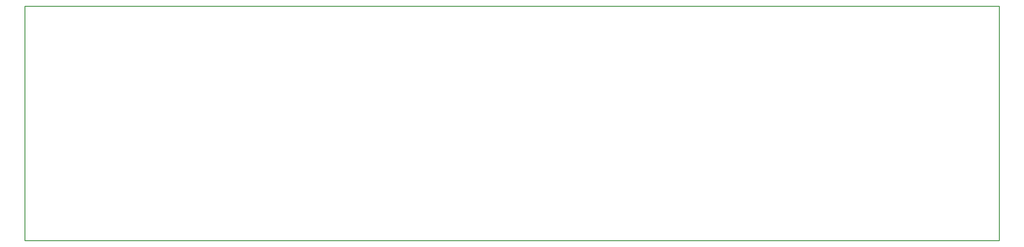
<source format=gko>
%FSLAX44Y44*%
%MOMM*%
G71*
G01*
G75*
G04 Layer_Color=16711935*
%ADD10O,1.9000X0.6000*%
%ADD11R,1.1000X1.0000*%
%ADD12R,1.6200X1.3700*%
%ADD13R,1.0000X1.1000*%
%ADD14R,0.8000X0.9000*%
%ADD15R,0.7000X0.9000*%
%ADD16R,1.3700X1.6200*%
%ADD17R,3.0000X1.2000*%
%ADD18R,1.2000X3.0000*%
%ADD19R,5.0000X4.7500*%
%ADD20R,1.5000X1.7500*%
%ADD21R,5.5000X6.7000*%
%ADD22R,0.9500X2.2000*%
%ADD23R,4.7500X5.0000*%
%ADD24R,1.7500X1.5000*%
%ADD25R,1.1000X3.5000*%
%ADD26R,10.5000X8.6000*%
%ADD27R,0.6000X1.6000*%
%ADD28O,2.6000X0.7000*%
%ADD29R,3.6000X1.5000*%
%ADD30R,3.5000X1.5000*%
%ADD31R,0.9000X0.3000*%
%ADD32O,2.5000X0.7000*%
%ADD33R,1.2700X1.5240*%
%ADD34R,2.4000X2.0000*%
%ADD35R,2.4000X2.0000*%
%ADD36R,1.6000X0.6000*%
%ADD37C,0.3000*%
%ADD38C,0.5000*%
%ADD39C,0.4000*%
%ADD40C,0.2540*%
%ADD41C,0.7000*%
%ADD42C,2.0000*%
%ADD43C,1.9000*%
%ADD44C,1.0000*%
%ADD45C,7.0000*%
%ADD46C,2.2000*%
%ADD47R,1.5000X1.5000*%
%ADD48C,1.5000*%
%ADD49C,2.5000*%
%ADD50R,2.2000X2.2000*%
%ADD51R,3.0000X3.0000*%
%ADD52C,3.0000*%
%ADD53R,2.5000X2.5000*%
%ADD54C,1.5240*%
%ADD55R,1.5000X1.5000*%
%ADD56C,0.6500*%
%ADD57O,2.0000X1.0000*%
%ADD58O,1.6000X0.8000*%
%ADD59C,0.6000*%
%ADD60C,0.8000*%
%ADD61C,1.2000*%
%ADD62C,1.2500*%
%ADD63C,1.5000*%
%ADD64C,1.8000*%
%ADD65C,2.5000*%
%ADD66C,3.0000*%
%ADD67C,1.1000*%
%ADD68C,1.2000*%
%ADD69C,1.3000*%
%ADD70C,1.4000*%
%ADD71C,1.6000*%
%ADD72C,1.7000*%
%ADD73C,2.1000*%
%ADD74C,2.2000*%
%ADD75C,2.3000*%
%ADD76C,2.4000*%
%ADD77C,0.1500*%
%ADD78C,0.2500*%
%ADD79C,0.6000*%
%ADD80C,0.2000*%
%ADD81C,0.0508*%
%ADD82C,0.0254*%
%ADD83C,0.1270*%
%ADD84C,0.1524*%
%ADD85C,0.2032*%
%ADD86R,2.1000X0.5250*%
%ADD87R,0.5250X2.1000*%
%ADD88R,15.8969X2.5400*%
%ADD89R,8.0264X2.5400*%
%ADD90O,2.1032X0.8032*%
%ADD91R,1.3032X1.2032*%
%ADD92R,1.8232X1.5732*%
%ADD93R,1.2032X1.3032*%
%ADD94R,1.0032X1.1032*%
%ADD95R,0.9032X1.1032*%
%ADD96R,1.5732X1.8232*%
%ADD97R,3.2032X1.4032*%
%ADD98R,1.4032X3.2032*%
%ADD99R,5.2032X4.9532*%
%ADD100R,1.7032X1.9532*%
%ADD101R,5.7032X6.9032*%
%ADD102R,1.1532X2.4032*%
%ADD103R,4.9532X5.2032*%
%ADD104R,1.9532X1.7032*%
%ADD105R,1.3032X3.7032*%
%ADD106R,10.7032X8.8032*%
%ADD107R,0.8032X1.8032*%
%ADD108O,2.8032X0.9032*%
%ADD109R,3.8032X1.7032*%
%ADD110R,3.7032X1.7032*%
%ADD111R,1.1032X0.5032*%
%ADD112O,2.7032X0.9032*%
%ADD113R,1.4732X1.7272*%
%ADD114R,2.6032X2.2032*%
%ADD115R,2.6032X2.2032*%
%ADD116R,1.8032X0.8032*%
%ADD117C,7.2032*%
%ADD118C,2.4032*%
%ADD119R,1.7032X1.7032*%
%ADD120C,1.7032*%
%ADD121C,2.7032*%
%ADD122R,2.4032X2.4032*%
%ADD123R,3.2032X3.2032*%
%ADD124C,3.2032*%
%ADD125R,2.7032X2.7032*%
%ADD126C,1.7272*%
%ADD127R,1.7032X1.7032*%
%ADD128C,0.8532*%
%ADD129O,2.2032X1.2032*%
%ADD130O,1.8032X1.0032*%
%ADD131C,0.8032*%
%ADD132C,0.0000*%
%ADD133C,0.1984*%
%ADD134C,0.1000*%
%ADD135C,0.0500*%
D40*
X3050000Y255000D02*
Y930000D01*
X255000D02*
X3050000D01*
X255000Y255000D02*
Y930000D01*
Y255000D02*
X3050000D01*
M02*

</source>
